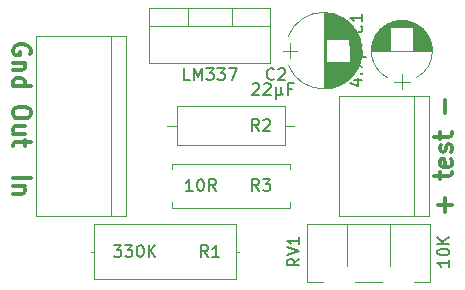
<source format=gbr>
G04 #@! TF.FileFunction,Legend,Top*
%FSLAX46Y46*%
G04 Gerber Fmt 4.6, Leading zero omitted, Abs format (unit mm)*
G04 Created by KiCad (PCBNEW 4.0.7) date Wednesday, September 26, 2018 'PMt' 03:39:25 PM*
%MOMM*%
%LPD*%
G01*
G04 APERTURE LIST*
%ADD10C,0.100000*%
%ADD11C,0.300000*%
%ADD12C,0.120000*%
%ADD13C,0.150000*%
G04 APERTURE END LIST*
D10*
D11*
X173589143Y-92380000D02*
X173589143Y-91237143D01*
X174160571Y-91808572D02*
X173017714Y-91808572D01*
X173160571Y-89594286D02*
X173160571Y-89022857D01*
X172660571Y-89380000D02*
X173946286Y-89380000D01*
X174089143Y-89308572D01*
X174160571Y-89165714D01*
X174160571Y-89022857D01*
X174089143Y-87951429D02*
X174160571Y-88094286D01*
X174160571Y-88380000D01*
X174089143Y-88522857D01*
X173946286Y-88594286D01*
X173374857Y-88594286D01*
X173232000Y-88522857D01*
X173160571Y-88380000D01*
X173160571Y-88094286D01*
X173232000Y-87951429D01*
X173374857Y-87880000D01*
X173517714Y-87880000D01*
X173660571Y-88594286D01*
X174089143Y-87308572D02*
X174160571Y-87165715D01*
X174160571Y-86880000D01*
X174089143Y-86737143D01*
X173946286Y-86665715D01*
X173874857Y-86665715D01*
X173732000Y-86737143D01*
X173660571Y-86880000D01*
X173660571Y-87094286D01*
X173589143Y-87237143D01*
X173446286Y-87308572D01*
X173374857Y-87308572D01*
X173232000Y-87237143D01*
X173160571Y-87094286D01*
X173160571Y-86880000D01*
X173232000Y-86737143D01*
X173160571Y-86237143D02*
X173160571Y-85665714D01*
X172660571Y-86022857D02*
X173946286Y-86022857D01*
X174089143Y-85951429D01*
X174160571Y-85808571D01*
X174160571Y-85665714D01*
X173589143Y-84022857D02*
X173589143Y-82880000D01*
X136989429Y-89491429D02*
X138489429Y-89491429D01*
X137989429Y-90205715D02*
X136989429Y-90205715D01*
X137846571Y-90205715D02*
X137918000Y-90277143D01*
X137989429Y-90420001D01*
X137989429Y-90634286D01*
X137918000Y-90777143D01*
X137775143Y-90848572D01*
X136989429Y-90848572D01*
X138489429Y-83840000D02*
X138489429Y-84125714D01*
X138418000Y-84268572D01*
X138275143Y-84411429D01*
X137989429Y-84482857D01*
X137489429Y-84482857D01*
X137203714Y-84411429D01*
X137060857Y-84268572D01*
X136989429Y-84125714D01*
X136989429Y-83840000D01*
X137060857Y-83697143D01*
X137203714Y-83554286D01*
X137489429Y-83482857D01*
X137989429Y-83482857D01*
X138275143Y-83554286D01*
X138418000Y-83697143D01*
X138489429Y-83840000D01*
X137989429Y-85768572D02*
X136989429Y-85768572D01*
X137989429Y-85125715D02*
X137203714Y-85125715D01*
X137060857Y-85197143D01*
X136989429Y-85340001D01*
X136989429Y-85554286D01*
X137060857Y-85697143D01*
X137132286Y-85768572D01*
X137989429Y-86268572D02*
X137989429Y-86840001D01*
X138489429Y-86482858D02*
X137203714Y-86482858D01*
X137060857Y-86554286D01*
X136989429Y-86697144D01*
X136989429Y-86840001D01*
X138418000Y-79045714D02*
X138489429Y-78902857D01*
X138489429Y-78688571D01*
X138418000Y-78474286D01*
X138275143Y-78331428D01*
X138132286Y-78260000D01*
X137846571Y-78188571D01*
X137632286Y-78188571D01*
X137346571Y-78260000D01*
X137203714Y-78331428D01*
X137060857Y-78474286D01*
X136989429Y-78688571D01*
X136989429Y-78831428D01*
X137060857Y-79045714D01*
X137132286Y-79117143D01*
X137632286Y-79117143D01*
X137632286Y-78831428D01*
X137989429Y-79760000D02*
X136989429Y-79760000D01*
X137846571Y-79760000D02*
X137918000Y-79831428D01*
X137989429Y-79974286D01*
X137989429Y-80188571D01*
X137918000Y-80331428D01*
X137775143Y-80402857D01*
X136989429Y-80402857D01*
X136989429Y-81760000D02*
X138489429Y-81760000D01*
X137060857Y-81760000D02*
X136989429Y-81617143D01*
X136989429Y-81331429D01*
X137060857Y-81188571D01*
X137132286Y-81117143D01*
X137275143Y-81045714D01*
X137703714Y-81045714D01*
X137846571Y-81117143D01*
X137918000Y-81188571D01*
X137989429Y-81331429D01*
X137989429Y-81617143D01*
X137918000Y-81760000D01*
D12*
X168746277Y-76450278D02*
G75*
G03X168746000Y-81061580I1179723J-2305722D01*
G01*
X171105723Y-76450278D02*
G75*
G02X171106000Y-81061580I-1179723J-2305722D01*
G01*
X171105723Y-76450278D02*
G75*
G03X168746000Y-76450420I-1179723J-2305722D01*
G01*
X167376000Y-78756000D02*
X172476000Y-78756000D01*
X167376000Y-78716000D02*
X168946000Y-78716000D01*
X170906000Y-78716000D02*
X172476000Y-78716000D01*
X167377000Y-78676000D02*
X168946000Y-78676000D01*
X170906000Y-78676000D02*
X172475000Y-78676000D01*
X167378000Y-78636000D02*
X168946000Y-78636000D01*
X170906000Y-78636000D02*
X172474000Y-78636000D01*
X167380000Y-78596000D02*
X168946000Y-78596000D01*
X170906000Y-78596000D02*
X172472000Y-78596000D01*
X167383000Y-78556000D02*
X168946000Y-78556000D01*
X170906000Y-78556000D02*
X172469000Y-78556000D01*
X167387000Y-78516000D02*
X168946000Y-78516000D01*
X170906000Y-78516000D02*
X172465000Y-78516000D01*
X167391000Y-78476000D02*
X168946000Y-78476000D01*
X170906000Y-78476000D02*
X172461000Y-78476000D01*
X167395000Y-78436000D02*
X168946000Y-78436000D01*
X170906000Y-78436000D02*
X172457000Y-78436000D01*
X167401000Y-78396000D02*
X168946000Y-78396000D01*
X170906000Y-78396000D02*
X172451000Y-78396000D01*
X167407000Y-78356000D02*
X168946000Y-78356000D01*
X170906000Y-78356000D02*
X172445000Y-78356000D01*
X167413000Y-78316000D02*
X168946000Y-78316000D01*
X170906000Y-78316000D02*
X172439000Y-78316000D01*
X167420000Y-78276000D02*
X168946000Y-78276000D01*
X170906000Y-78276000D02*
X172432000Y-78276000D01*
X167428000Y-78236000D02*
X168946000Y-78236000D01*
X170906000Y-78236000D02*
X172424000Y-78236000D01*
X167437000Y-78196000D02*
X168946000Y-78196000D01*
X170906000Y-78196000D02*
X172415000Y-78196000D01*
X167446000Y-78156000D02*
X168946000Y-78156000D01*
X170906000Y-78156000D02*
X172406000Y-78156000D01*
X167456000Y-78116000D02*
X168946000Y-78116000D01*
X170906000Y-78116000D02*
X172396000Y-78116000D01*
X167466000Y-78076000D02*
X168946000Y-78076000D01*
X170906000Y-78076000D02*
X172386000Y-78076000D01*
X167478000Y-78035000D02*
X168946000Y-78035000D01*
X170906000Y-78035000D02*
X172374000Y-78035000D01*
X167490000Y-77995000D02*
X168946000Y-77995000D01*
X170906000Y-77995000D02*
X172362000Y-77995000D01*
X167502000Y-77955000D02*
X168946000Y-77955000D01*
X170906000Y-77955000D02*
X172350000Y-77955000D01*
X167516000Y-77915000D02*
X168946000Y-77915000D01*
X170906000Y-77915000D02*
X172336000Y-77915000D01*
X167530000Y-77875000D02*
X168946000Y-77875000D01*
X170906000Y-77875000D02*
X172322000Y-77875000D01*
X167544000Y-77835000D02*
X168946000Y-77835000D01*
X170906000Y-77835000D02*
X172308000Y-77835000D01*
X167560000Y-77795000D02*
X168946000Y-77795000D01*
X170906000Y-77795000D02*
X172292000Y-77795000D01*
X167576000Y-77755000D02*
X168946000Y-77755000D01*
X170906000Y-77755000D02*
X172276000Y-77755000D01*
X167593000Y-77715000D02*
X168946000Y-77715000D01*
X170906000Y-77715000D02*
X172259000Y-77715000D01*
X167611000Y-77675000D02*
X168946000Y-77675000D01*
X170906000Y-77675000D02*
X172241000Y-77675000D01*
X167630000Y-77635000D02*
X168946000Y-77635000D01*
X170906000Y-77635000D02*
X172222000Y-77635000D01*
X167650000Y-77595000D02*
X168946000Y-77595000D01*
X170906000Y-77595000D02*
X172202000Y-77595000D01*
X167670000Y-77555000D02*
X168946000Y-77555000D01*
X170906000Y-77555000D02*
X172182000Y-77555000D01*
X167692000Y-77515000D02*
X168946000Y-77515000D01*
X170906000Y-77515000D02*
X172160000Y-77515000D01*
X167714000Y-77475000D02*
X168946000Y-77475000D01*
X170906000Y-77475000D02*
X172138000Y-77475000D01*
X167737000Y-77435000D02*
X168946000Y-77435000D01*
X170906000Y-77435000D02*
X172115000Y-77435000D01*
X167761000Y-77395000D02*
X168946000Y-77395000D01*
X170906000Y-77395000D02*
X172091000Y-77395000D01*
X167786000Y-77355000D02*
X168946000Y-77355000D01*
X170906000Y-77355000D02*
X172066000Y-77355000D01*
X167813000Y-77315000D02*
X168946000Y-77315000D01*
X170906000Y-77315000D02*
X172039000Y-77315000D01*
X167840000Y-77275000D02*
X168946000Y-77275000D01*
X170906000Y-77275000D02*
X172012000Y-77275000D01*
X167868000Y-77235000D02*
X168946000Y-77235000D01*
X170906000Y-77235000D02*
X171984000Y-77235000D01*
X167898000Y-77195000D02*
X168946000Y-77195000D01*
X170906000Y-77195000D02*
X171954000Y-77195000D01*
X167929000Y-77155000D02*
X168946000Y-77155000D01*
X170906000Y-77155000D02*
X171923000Y-77155000D01*
X167961000Y-77115000D02*
X168946000Y-77115000D01*
X170906000Y-77115000D02*
X171891000Y-77115000D01*
X167994000Y-77075000D02*
X168946000Y-77075000D01*
X170906000Y-77075000D02*
X171858000Y-77075000D01*
X168029000Y-77035000D02*
X168946000Y-77035000D01*
X170906000Y-77035000D02*
X171823000Y-77035000D01*
X168065000Y-76995000D02*
X168946000Y-76995000D01*
X170906000Y-76995000D02*
X171787000Y-76995000D01*
X168103000Y-76955000D02*
X168946000Y-76955000D01*
X170906000Y-76955000D02*
X171749000Y-76955000D01*
X168143000Y-76915000D02*
X168946000Y-76915000D01*
X170906000Y-76915000D02*
X171709000Y-76915000D01*
X168184000Y-76875000D02*
X168946000Y-76875000D01*
X170906000Y-76875000D02*
X171668000Y-76875000D01*
X168227000Y-76835000D02*
X168946000Y-76835000D01*
X170906000Y-76835000D02*
X171625000Y-76835000D01*
X168272000Y-76795000D02*
X168946000Y-76795000D01*
X170906000Y-76795000D02*
X171580000Y-76795000D01*
X168320000Y-76755000D02*
X171532000Y-76755000D01*
X168370000Y-76715000D02*
X171482000Y-76715000D01*
X168422000Y-76675000D02*
X171430000Y-76675000D01*
X168478000Y-76635000D02*
X171374000Y-76635000D01*
X168536000Y-76595000D02*
X171316000Y-76595000D01*
X168599000Y-76555000D02*
X171253000Y-76555000D01*
X168665000Y-76515000D02*
X171187000Y-76515000D01*
X168737000Y-76475000D02*
X171115000Y-76475000D01*
X168814000Y-76435000D02*
X171038000Y-76435000D01*
X168898000Y-76395000D02*
X170954000Y-76395000D01*
X168992000Y-76355000D02*
X170860000Y-76355000D01*
X169097000Y-76315000D02*
X170755000Y-76315000D01*
X169219000Y-76275000D02*
X170633000Y-76275000D01*
X169367000Y-76235000D02*
X170485000Y-76235000D01*
X169572000Y-76195000D02*
X170280000Y-76195000D01*
X169926000Y-81956000D02*
X169926000Y-80756000D01*
X169276000Y-81356000D02*
X170576000Y-81356000D01*
X166319820Y-77560864D02*
G75*
G03X160284518Y-77560000I-3017820J-1179136D01*
G01*
X166319820Y-79919136D02*
G75*
G02X160284518Y-79920000I-3017820J1179136D01*
G01*
X166319820Y-79919136D02*
G75*
G03X166319482Y-77560000I-3017820J1179136D01*
G01*
X163302000Y-75540000D02*
X163302000Y-81940000D01*
X163342000Y-75540000D02*
X163342000Y-81940000D01*
X163382000Y-75540000D02*
X163382000Y-81940000D01*
X163422000Y-75542000D02*
X163422000Y-81938000D01*
X163462000Y-75543000D02*
X163462000Y-81937000D01*
X163502000Y-75546000D02*
X163502000Y-81934000D01*
X163542000Y-75548000D02*
X163542000Y-81932000D01*
X163582000Y-75552000D02*
X163582000Y-77760000D01*
X163582000Y-79720000D02*
X163582000Y-81928000D01*
X163622000Y-75555000D02*
X163622000Y-77760000D01*
X163622000Y-79720000D02*
X163622000Y-81925000D01*
X163662000Y-75560000D02*
X163662000Y-77760000D01*
X163662000Y-79720000D02*
X163662000Y-81920000D01*
X163702000Y-75564000D02*
X163702000Y-77760000D01*
X163702000Y-79720000D02*
X163702000Y-81916000D01*
X163742000Y-75570000D02*
X163742000Y-77760000D01*
X163742000Y-79720000D02*
X163742000Y-81910000D01*
X163782000Y-75575000D02*
X163782000Y-77760000D01*
X163782000Y-79720000D02*
X163782000Y-81905000D01*
X163822000Y-75582000D02*
X163822000Y-77760000D01*
X163822000Y-79720000D02*
X163822000Y-81898000D01*
X163862000Y-75588000D02*
X163862000Y-77760000D01*
X163862000Y-79720000D02*
X163862000Y-81892000D01*
X163902000Y-75596000D02*
X163902000Y-77760000D01*
X163902000Y-79720000D02*
X163902000Y-81884000D01*
X163942000Y-75603000D02*
X163942000Y-77760000D01*
X163942000Y-79720000D02*
X163942000Y-81877000D01*
X163982000Y-75612000D02*
X163982000Y-77760000D01*
X163982000Y-79720000D02*
X163982000Y-81868000D01*
X164023000Y-75621000D02*
X164023000Y-77760000D01*
X164023000Y-79720000D02*
X164023000Y-81859000D01*
X164063000Y-75630000D02*
X164063000Y-77760000D01*
X164063000Y-79720000D02*
X164063000Y-81850000D01*
X164103000Y-75640000D02*
X164103000Y-77760000D01*
X164103000Y-79720000D02*
X164103000Y-81840000D01*
X164143000Y-75650000D02*
X164143000Y-77760000D01*
X164143000Y-79720000D02*
X164143000Y-81830000D01*
X164183000Y-75661000D02*
X164183000Y-77760000D01*
X164183000Y-79720000D02*
X164183000Y-81819000D01*
X164223000Y-75673000D02*
X164223000Y-77760000D01*
X164223000Y-79720000D02*
X164223000Y-81807000D01*
X164263000Y-75685000D02*
X164263000Y-77760000D01*
X164263000Y-79720000D02*
X164263000Y-81795000D01*
X164303000Y-75698000D02*
X164303000Y-77760000D01*
X164303000Y-79720000D02*
X164303000Y-81782000D01*
X164343000Y-75711000D02*
X164343000Y-77760000D01*
X164343000Y-79720000D02*
X164343000Y-81769000D01*
X164383000Y-75725000D02*
X164383000Y-77760000D01*
X164383000Y-79720000D02*
X164383000Y-81755000D01*
X164423000Y-75739000D02*
X164423000Y-77760000D01*
X164423000Y-79720000D02*
X164423000Y-81741000D01*
X164463000Y-75754000D02*
X164463000Y-77760000D01*
X164463000Y-79720000D02*
X164463000Y-81726000D01*
X164503000Y-75770000D02*
X164503000Y-77760000D01*
X164503000Y-79720000D02*
X164503000Y-81710000D01*
X164543000Y-75786000D02*
X164543000Y-77760000D01*
X164543000Y-79720000D02*
X164543000Y-81694000D01*
X164583000Y-75803000D02*
X164583000Y-77760000D01*
X164583000Y-79720000D02*
X164583000Y-81677000D01*
X164623000Y-75821000D02*
X164623000Y-77760000D01*
X164623000Y-79720000D02*
X164623000Y-81659000D01*
X164663000Y-75839000D02*
X164663000Y-77760000D01*
X164663000Y-79720000D02*
X164663000Y-81641000D01*
X164703000Y-75858000D02*
X164703000Y-77760000D01*
X164703000Y-79720000D02*
X164703000Y-81622000D01*
X164743000Y-75877000D02*
X164743000Y-77760000D01*
X164743000Y-79720000D02*
X164743000Y-81603000D01*
X164783000Y-75897000D02*
X164783000Y-77760000D01*
X164783000Y-79720000D02*
X164783000Y-81583000D01*
X164823000Y-75918000D02*
X164823000Y-77760000D01*
X164823000Y-79720000D02*
X164823000Y-81562000D01*
X164863000Y-75940000D02*
X164863000Y-77760000D01*
X164863000Y-79720000D02*
X164863000Y-81540000D01*
X164903000Y-75962000D02*
X164903000Y-77760000D01*
X164903000Y-79720000D02*
X164903000Y-81518000D01*
X164943000Y-75985000D02*
X164943000Y-77760000D01*
X164943000Y-79720000D02*
X164943000Y-81495000D01*
X164983000Y-76009000D02*
X164983000Y-77760000D01*
X164983000Y-79720000D02*
X164983000Y-81471000D01*
X165023000Y-76034000D02*
X165023000Y-77760000D01*
X165023000Y-79720000D02*
X165023000Y-81446000D01*
X165063000Y-76059000D02*
X165063000Y-77760000D01*
X165063000Y-79720000D02*
X165063000Y-81421000D01*
X165103000Y-76086000D02*
X165103000Y-77760000D01*
X165103000Y-79720000D02*
X165103000Y-81394000D01*
X165143000Y-76113000D02*
X165143000Y-77760000D01*
X165143000Y-79720000D02*
X165143000Y-81367000D01*
X165183000Y-76141000D02*
X165183000Y-77760000D01*
X165183000Y-79720000D02*
X165183000Y-81339000D01*
X165223000Y-76170000D02*
X165223000Y-77760000D01*
X165223000Y-79720000D02*
X165223000Y-81310000D01*
X165263000Y-76200000D02*
X165263000Y-77760000D01*
X165263000Y-79720000D02*
X165263000Y-81280000D01*
X165303000Y-76230000D02*
X165303000Y-77760000D01*
X165303000Y-79720000D02*
X165303000Y-81250000D01*
X165343000Y-76262000D02*
X165343000Y-77760000D01*
X165343000Y-79720000D02*
X165343000Y-81218000D01*
X165383000Y-76295000D02*
X165383000Y-77760000D01*
X165383000Y-79720000D02*
X165383000Y-81185000D01*
X165423000Y-76329000D02*
X165423000Y-77760000D01*
X165423000Y-79720000D02*
X165423000Y-81151000D01*
X165463000Y-76365000D02*
X165463000Y-77760000D01*
X165463000Y-79720000D02*
X165463000Y-81115000D01*
X165503000Y-76401000D02*
X165503000Y-77760000D01*
X165503000Y-79720000D02*
X165503000Y-81079000D01*
X165543000Y-76439000D02*
X165543000Y-81041000D01*
X165583000Y-76478000D02*
X165583000Y-81002000D01*
X165623000Y-76518000D02*
X165623000Y-80962000D01*
X165663000Y-76560000D02*
X165663000Y-80920000D01*
X165703000Y-76603000D02*
X165703000Y-80877000D01*
X165743000Y-76648000D02*
X165743000Y-80832000D01*
X165783000Y-76695000D02*
X165783000Y-80785000D01*
X165823000Y-76743000D02*
X165823000Y-80737000D01*
X165863000Y-76794000D02*
X165863000Y-80686000D01*
X165903000Y-76846000D02*
X165903000Y-80634000D01*
X165943000Y-76901000D02*
X165943000Y-80579000D01*
X165983000Y-76959000D02*
X165983000Y-80521000D01*
X166023000Y-77019000D02*
X166023000Y-80461000D01*
X166063000Y-77082000D02*
X166063000Y-80398000D01*
X166103000Y-77149000D02*
X166103000Y-80331000D01*
X166143000Y-77220000D02*
X166143000Y-80260000D01*
X166183000Y-77295000D02*
X166183000Y-80185000D01*
X166223000Y-77376000D02*
X166223000Y-80104000D01*
X166263000Y-77462000D02*
X166263000Y-80018000D01*
X166303000Y-77556000D02*
X166303000Y-79924000D01*
X166343000Y-77659000D02*
X166343000Y-79821000D01*
X166383000Y-77774000D02*
X166383000Y-79706000D01*
X166423000Y-77906000D02*
X166423000Y-79574000D01*
X166463000Y-78064000D02*
X166463000Y-79416000D01*
X166503000Y-78272000D02*
X166503000Y-79208000D01*
X159852000Y-78740000D02*
X161052000Y-78740000D01*
X160452000Y-78090000D02*
X160452000Y-79390000D01*
X146558000Y-92710000D02*
X138938000Y-92710000D01*
X146558000Y-77470000D02*
X138938000Y-77470000D01*
X145288000Y-92710000D02*
X145288000Y-77470000D01*
X138938000Y-92710000D02*
X138938000Y-77470000D01*
X146558000Y-92710000D02*
X146558000Y-77470000D01*
X170942000Y-82550000D02*
X170942000Y-92710000D01*
X172212000Y-82550000D02*
X164592000Y-82550000D01*
X164592000Y-82550000D02*
X164592000Y-92710000D01*
X164592000Y-92710000D02*
X172212000Y-92710000D01*
X172212000Y-92710000D02*
X172212000Y-82550000D01*
X143850000Y-93448000D02*
X143850000Y-98068000D01*
X143850000Y-98068000D02*
X155870000Y-98068000D01*
X155870000Y-98068000D02*
X155870000Y-93448000D01*
X155870000Y-93448000D02*
X143850000Y-93448000D01*
X143620000Y-95758000D02*
X143850000Y-95758000D01*
X156100000Y-95758000D02*
X155870000Y-95758000D01*
X160008000Y-86750000D02*
X160008000Y-83430000D01*
X160008000Y-83430000D02*
X150888000Y-83430000D01*
X150888000Y-83430000D02*
X150888000Y-86750000D01*
X150888000Y-86750000D02*
X160008000Y-86750000D01*
X160818000Y-85090000D02*
X160008000Y-85090000D01*
X150078000Y-85090000D02*
X150888000Y-85090000D01*
X150438000Y-88790000D02*
X150438000Y-88310000D01*
X150438000Y-88310000D02*
X160458000Y-88310000D01*
X160458000Y-88310000D02*
X160458000Y-88790000D01*
X150438000Y-91550000D02*
X150438000Y-92030000D01*
X150438000Y-92030000D02*
X160458000Y-92030000D01*
X160458000Y-92030000D02*
X160458000Y-91550000D01*
X161881000Y-98359000D02*
X161881000Y-93438000D01*
X172302000Y-98359000D02*
X172302000Y-93438000D01*
X161881000Y-93438000D02*
X172302000Y-93438000D01*
X170957000Y-98359000D02*
X172302000Y-98359000D01*
X161881000Y-98359000D02*
X163227000Y-98359000D01*
X165957000Y-98359000D02*
X168227000Y-98359000D01*
X165282000Y-96975000D02*
X165282000Y-93438000D01*
X168902000Y-96975000D02*
X168902000Y-93438000D01*
X165957000Y-98359000D02*
X168227000Y-98359000D01*
X165282000Y-93438000D02*
X168902000Y-93438000D01*
X148550000Y-75104000D02*
X158790000Y-75104000D01*
X148550000Y-79745000D02*
X158790000Y-79745000D01*
X148550000Y-75104000D02*
X148550000Y-79745000D01*
X158790000Y-75104000D02*
X158790000Y-79745000D01*
X148550000Y-76614000D02*
X158790000Y-76614000D01*
X151820000Y-75104000D02*
X151820000Y-76614000D01*
X155521000Y-75104000D02*
X155521000Y-76614000D01*
D13*
X166473143Y-76620666D02*
X166520762Y-76668285D01*
X166568381Y-76811142D01*
X166568381Y-76906380D01*
X166520762Y-77049238D01*
X166425524Y-77144476D01*
X166330286Y-77192095D01*
X166139810Y-77239714D01*
X165996952Y-77239714D01*
X165806476Y-77192095D01*
X165711238Y-77144476D01*
X165616000Y-77049238D01*
X165568381Y-76906380D01*
X165568381Y-76811142D01*
X165616000Y-76668285D01*
X165663619Y-76620666D01*
X166568381Y-75668285D02*
X166568381Y-76239714D01*
X166568381Y-75954000D02*
X165568381Y-75954000D01*
X165711238Y-76049238D01*
X165806476Y-76144476D01*
X165854095Y-76239714D01*
X165901714Y-81232190D02*
X166568381Y-81232190D01*
X165520762Y-81470286D02*
X166235048Y-81708381D01*
X166235048Y-81089333D01*
X166473143Y-80708381D02*
X166520762Y-80660762D01*
X166568381Y-80708381D01*
X166520762Y-80756000D01*
X166473143Y-80708381D01*
X166568381Y-80708381D01*
X165568381Y-80327429D02*
X165568381Y-79660762D01*
X166568381Y-80089334D01*
X165901714Y-79279810D02*
X166901714Y-79279810D01*
X166425524Y-78803619D02*
X166520762Y-78756000D01*
X166568381Y-78660762D01*
X166425524Y-79279810D02*
X166520762Y-79232191D01*
X166568381Y-79136953D01*
X166568381Y-78946476D01*
X166520762Y-78851238D01*
X166425524Y-78803619D01*
X165901714Y-78803619D01*
X166044571Y-77898857D02*
X166044571Y-78232191D01*
X166568381Y-78232191D02*
X165568381Y-78232191D01*
X165568381Y-77756000D01*
X159091334Y-81129143D02*
X159043715Y-81176762D01*
X158900858Y-81224381D01*
X158805620Y-81224381D01*
X158662762Y-81176762D01*
X158567524Y-81081524D01*
X158519905Y-80986286D01*
X158472286Y-80795810D01*
X158472286Y-80652952D01*
X158519905Y-80462476D01*
X158567524Y-80367238D01*
X158662762Y-80272000D01*
X158805620Y-80224381D01*
X158900858Y-80224381D01*
X159043715Y-80272000D01*
X159091334Y-80319619D01*
X159472286Y-80319619D02*
X159519905Y-80272000D01*
X159615143Y-80224381D01*
X159853239Y-80224381D01*
X159948477Y-80272000D01*
X159996096Y-80319619D01*
X160043715Y-80414857D01*
X160043715Y-80510095D01*
X159996096Y-80652952D01*
X159424667Y-81224381D01*
X160043715Y-81224381D01*
X157289714Y-81589619D02*
X157337333Y-81542000D01*
X157432571Y-81494381D01*
X157670667Y-81494381D01*
X157765905Y-81542000D01*
X157813524Y-81589619D01*
X157861143Y-81684857D01*
X157861143Y-81780095D01*
X157813524Y-81922952D01*
X157242095Y-82494381D01*
X157861143Y-82494381D01*
X158242095Y-81589619D02*
X158289714Y-81542000D01*
X158384952Y-81494381D01*
X158623048Y-81494381D01*
X158718286Y-81542000D01*
X158765905Y-81589619D01*
X158813524Y-81684857D01*
X158813524Y-81780095D01*
X158765905Y-81922952D01*
X158194476Y-82494381D01*
X158813524Y-82494381D01*
X159242095Y-81827714D02*
X159242095Y-82827714D01*
X159718286Y-82351524D02*
X159765905Y-82446762D01*
X159861143Y-82494381D01*
X159242095Y-82351524D02*
X159289714Y-82446762D01*
X159384952Y-82494381D01*
X159575429Y-82494381D01*
X159670667Y-82446762D01*
X159718286Y-82351524D01*
X159718286Y-81827714D01*
X160623048Y-81970571D02*
X160289714Y-81970571D01*
X160289714Y-82494381D02*
X160289714Y-81494381D01*
X160765905Y-81494381D01*
X153503334Y-96210381D02*
X153170000Y-95734190D01*
X152931905Y-96210381D02*
X152931905Y-95210381D01*
X153312858Y-95210381D01*
X153408096Y-95258000D01*
X153455715Y-95305619D01*
X153503334Y-95400857D01*
X153503334Y-95543714D01*
X153455715Y-95638952D01*
X153408096Y-95686571D01*
X153312858Y-95734190D01*
X152931905Y-95734190D01*
X154455715Y-96210381D02*
X153884286Y-96210381D01*
X154170000Y-96210381D02*
X154170000Y-95210381D01*
X154074762Y-95353238D01*
X153979524Y-95448476D01*
X153884286Y-95496095D01*
X145534286Y-95210381D02*
X146153334Y-95210381D01*
X145820000Y-95591333D01*
X145962858Y-95591333D01*
X146058096Y-95638952D01*
X146105715Y-95686571D01*
X146153334Y-95781810D01*
X146153334Y-96019905D01*
X146105715Y-96115143D01*
X146058096Y-96162762D01*
X145962858Y-96210381D01*
X145677143Y-96210381D01*
X145581905Y-96162762D01*
X145534286Y-96115143D01*
X146486667Y-95210381D02*
X147105715Y-95210381D01*
X146772381Y-95591333D01*
X146915239Y-95591333D01*
X147010477Y-95638952D01*
X147058096Y-95686571D01*
X147105715Y-95781810D01*
X147105715Y-96019905D01*
X147058096Y-96115143D01*
X147010477Y-96162762D01*
X146915239Y-96210381D01*
X146629524Y-96210381D01*
X146534286Y-96162762D01*
X146486667Y-96115143D01*
X147724762Y-95210381D02*
X147820001Y-95210381D01*
X147915239Y-95258000D01*
X147962858Y-95305619D01*
X148010477Y-95400857D01*
X148058096Y-95591333D01*
X148058096Y-95829429D01*
X148010477Y-96019905D01*
X147962858Y-96115143D01*
X147915239Y-96162762D01*
X147820001Y-96210381D01*
X147724762Y-96210381D01*
X147629524Y-96162762D01*
X147581905Y-96115143D01*
X147534286Y-96019905D01*
X147486667Y-95829429D01*
X147486667Y-95591333D01*
X147534286Y-95400857D01*
X147581905Y-95305619D01*
X147629524Y-95258000D01*
X147724762Y-95210381D01*
X148486667Y-96210381D02*
X148486667Y-95210381D01*
X149058096Y-96210381D02*
X148629524Y-95638952D01*
X149058096Y-95210381D02*
X148486667Y-95781810D01*
X157821334Y-85542381D02*
X157488000Y-85066190D01*
X157249905Y-85542381D02*
X157249905Y-84542381D01*
X157630858Y-84542381D01*
X157726096Y-84590000D01*
X157773715Y-84637619D01*
X157821334Y-84732857D01*
X157821334Y-84875714D01*
X157773715Y-84970952D01*
X157726096Y-85018571D01*
X157630858Y-85066190D01*
X157249905Y-85066190D01*
X158202286Y-84637619D02*
X158249905Y-84590000D01*
X158345143Y-84542381D01*
X158583239Y-84542381D01*
X158678477Y-84590000D01*
X158726096Y-84637619D01*
X158773715Y-84732857D01*
X158773715Y-84828095D01*
X158726096Y-84970952D01*
X158154667Y-85542381D01*
X158773715Y-85542381D01*
X157821334Y-90622381D02*
X157488000Y-90146190D01*
X157249905Y-90622381D02*
X157249905Y-89622381D01*
X157630858Y-89622381D01*
X157726096Y-89670000D01*
X157773715Y-89717619D01*
X157821334Y-89812857D01*
X157821334Y-89955714D01*
X157773715Y-90050952D01*
X157726096Y-90098571D01*
X157630858Y-90146190D01*
X157249905Y-90146190D01*
X158154667Y-89622381D02*
X158773715Y-89622381D01*
X158440381Y-90003333D01*
X158583239Y-90003333D01*
X158678477Y-90050952D01*
X158726096Y-90098571D01*
X158773715Y-90193810D01*
X158773715Y-90431905D01*
X158726096Y-90527143D01*
X158678477Y-90574762D01*
X158583239Y-90622381D01*
X158297524Y-90622381D01*
X158202286Y-90574762D01*
X158154667Y-90527143D01*
X152217524Y-90622381D02*
X151646095Y-90622381D01*
X151931809Y-90622381D02*
X151931809Y-89622381D01*
X151836571Y-89765238D01*
X151741333Y-89860476D01*
X151646095Y-89908095D01*
X152836571Y-89622381D02*
X152931810Y-89622381D01*
X153027048Y-89670000D01*
X153074667Y-89717619D01*
X153122286Y-89812857D01*
X153169905Y-90003333D01*
X153169905Y-90241429D01*
X153122286Y-90431905D01*
X153074667Y-90527143D01*
X153027048Y-90574762D01*
X152931810Y-90622381D01*
X152836571Y-90622381D01*
X152741333Y-90574762D01*
X152693714Y-90527143D01*
X152646095Y-90431905D01*
X152598476Y-90241429D01*
X152598476Y-90003333D01*
X152646095Y-89812857D01*
X152693714Y-89717619D01*
X152741333Y-89670000D01*
X152836571Y-89622381D01*
X154169905Y-90622381D02*
X153836571Y-90146190D01*
X153598476Y-90622381D02*
X153598476Y-89622381D01*
X153979429Y-89622381D01*
X154074667Y-89670000D01*
X154122286Y-89717619D01*
X154169905Y-89812857D01*
X154169905Y-89955714D01*
X154122286Y-90050952D01*
X154074667Y-90098571D01*
X153979429Y-90146190D01*
X153598476Y-90146190D01*
X161234381Y-96353238D02*
X160758190Y-96686572D01*
X161234381Y-96924667D02*
X160234381Y-96924667D01*
X160234381Y-96543714D01*
X160282000Y-96448476D01*
X160329619Y-96400857D01*
X160424857Y-96353238D01*
X160567714Y-96353238D01*
X160662952Y-96400857D01*
X160710571Y-96448476D01*
X160758190Y-96543714D01*
X160758190Y-96924667D01*
X160234381Y-96067524D02*
X161234381Y-95734191D01*
X160234381Y-95400857D01*
X161234381Y-94543714D02*
X161234381Y-95115143D01*
X161234381Y-94829429D02*
X160234381Y-94829429D01*
X160377238Y-94924667D01*
X160472476Y-95019905D01*
X160520095Y-95115143D01*
X173934381Y-96448476D02*
X173934381Y-97019905D01*
X173934381Y-96734191D02*
X172934381Y-96734191D01*
X173077238Y-96829429D01*
X173172476Y-96924667D01*
X173220095Y-97019905D01*
X172934381Y-95829429D02*
X172934381Y-95734190D01*
X172982000Y-95638952D01*
X173029619Y-95591333D01*
X173124857Y-95543714D01*
X173315333Y-95496095D01*
X173553429Y-95496095D01*
X173743905Y-95543714D01*
X173839143Y-95591333D01*
X173886762Y-95638952D01*
X173934381Y-95734190D01*
X173934381Y-95829429D01*
X173886762Y-95924667D01*
X173839143Y-95972286D01*
X173743905Y-96019905D01*
X173553429Y-96067524D01*
X173315333Y-96067524D01*
X173124857Y-96019905D01*
X173029619Y-95972286D01*
X172982000Y-95924667D01*
X172934381Y-95829429D01*
X173934381Y-95067524D02*
X172934381Y-95067524D01*
X173934381Y-94496095D02*
X173362952Y-94924667D01*
X172934381Y-94496095D02*
X173505810Y-95067524D01*
X151979524Y-81224381D02*
X151503333Y-81224381D01*
X151503333Y-80224381D01*
X152312857Y-81224381D02*
X152312857Y-80224381D01*
X152646191Y-80938667D01*
X152979524Y-80224381D01*
X152979524Y-81224381D01*
X153360476Y-80224381D02*
X153979524Y-80224381D01*
X153646190Y-80605333D01*
X153789048Y-80605333D01*
X153884286Y-80652952D01*
X153931905Y-80700571D01*
X153979524Y-80795810D01*
X153979524Y-81033905D01*
X153931905Y-81129143D01*
X153884286Y-81176762D01*
X153789048Y-81224381D01*
X153503333Y-81224381D01*
X153408095Y-81176762D01*
X153360476Y-81129143D01*
X154312857Y-80224381D02*
X154931905Y-80224381D01*
X154598571Y-80605333D01*
X154741429Y-80605333D01*
X154836667Y-80652952D01*
X154884286Y-80700571D01*
X154931905Y-80795810D01*
X154931905Y-81033905D01*
X154884286Y-81129143D01*
X154836667Y-81176762D01*
X154741429Y-81224381D01*
X154455714Y-81224381D01*
X154360476Y-81176762D01*
X154312857Y-81129143D01*
X155265238Y-80224381D02*
X155931905Y-80224381D01*
X155503333Y-81224381D01*
M02*

</source>
